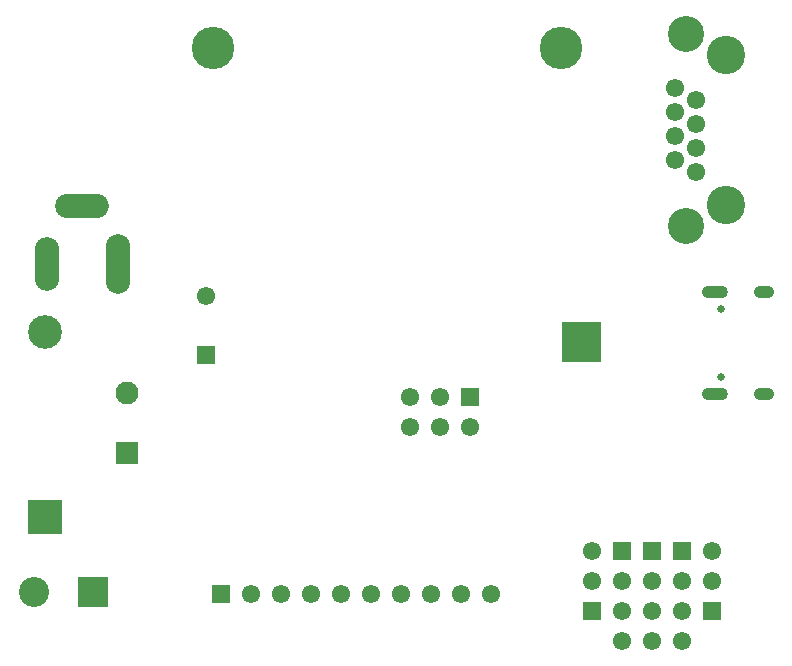
<source format=gbr>
G04 DipTrace 3.3.1.3*
G04 BottomMask.gbr*
%MOIN*%
G04 #@! TF.FileFunction,Soldermask,Bot*
G04 #@! TF.Part,Single*
%AMOUTLINE1*
4,1,4,
0.056118,0.056118,
0.056118,-0.056118,
-0.056118,-0.056118,
-0.056118,0.056118,
0.056118,0.056118,
0*%
%AMOUTLINE4*
4,1,4,
0.050213,-0.050213,
-0.050213,-0.050213,
-0.050213,0.050213,
0.050213,0.050213,
0.050213,-0.050213,
0*%
%AMOUTLINE13*
4,1,16,
-0.011924,0.020685,
-0.020797,0.01866,
-0.028003,0.012913,
-0.032003,0.004609,
-0.032003,-0.004609,
-0.028003,-0.012913,
-0.020797,-0.01866,
-0.011924,-0.020685,
0.011924,-0.020685,
0.020797,-0.01866,
0.028003,-0.012913,
0.032003,-0.004609,
0.032003,0.004609,
0.028003,0.012913,
0.020797,0.01866,
0.011924,0.020685,
-0.011924,0.020685,
0*%
%AMOUTLINE16*
4,1,16,
-0.021766,0.020685,
-0.03064,0.01866,
-0.037846,0.012913,
-0.041845,0.004609,
-0.041845,-0.004609,
-0.037846,-0.012913,
-0.03064,-0.01866,
-0.021766,-0.020685,
0.021766,-0.020685,
0.03064,-0.01866,
0.037846,-0.012913,
0.041845,-0.004609,
0.041845,0.004609,
0.037846,0.012913,
0.03064,0.01866,
0.021766,0.020685,
-0.021766,0.020685,
0*%
%ADD58C,0.025591*%
%ADD59C,0.127953*%
%ADD60C,0.14173*%
%ADD89C,0.12011*%
%ADD91C,0.100425*%
%ADD93O,0.179165X0.08074*%
%ADD95O,0.08074X0.179165*%
%ADD97O,0.08074X0.19885*%
%ADD103C,0.112236*%
%ADD107C,0.076803*%
%ADD109R,0.076803X0.076803*%
%ADD115C,0.061055*%
%ADD117R,0.061055X0.061055*%
%ADD131OUTLINE1*%
%ADD134OUTLINE4*%
%ADD143OUTLINE13*%
%ADD146OUTLINE16*%
%FSLAX26Y26*%
G04*
G70*
G90*
G75*
G01*
G04 BotMask*
%LPD*%
D117*
X762500Y1153150D3*
D115*
Y1350000D3*
D109*
X500000Y825000D3*
D107*
Y1025000D3*
D131*
X225000Y612500D3*
D103*
Y1229232D3*
D97*
X468749Y1456251D3*
D95*
X232529D3*
D93*
X350639Y1649164D3*
D134*
X386425Y362000D3*
D91*
X189575D3*
D143*
X2622749Y1364079D3*
D146*
X2458182Y1023921D3*
Y1364079D3*
D143*
X2622749Y1023921D3*
D58*
X2479049Y1080220D3*
Y1307780D3*
D117*
X1643751Y1012500D3*
D115*
Y912500D3*
X1543751Y1012500D3*
Y912500D3*
X1443751Y1012500D3*
Y912500D3*
D117*
X2450000Y300000D3*
D115*
Y400000D3*
Y500000D3*
X2397000Y1762449D3*
X2326921Y1802606D3*
X2397000Y1842764D3*
X2326921Y1882921D3*
X2397000Y1923079D3*
X2326921Y1963236D3*
X2397000Y2003394D3*
X2326921Y2043551D3*
D89*
X2361961Y2222882D3*
Y1583118D3*
D59*
X2497000Y2153000D3*
Y1653000D3*
D117*
X2150000Y500000D3*
D115*
Y400000D3*
Y300000D3*
Y200000D3*
D117*
X2350000Y500000D3*
D115*
Y400000D3*
Y300000D3*
Y200000D3*
D117*
X812000Y356000D3*
D115*
X912000D3*
X1012000D3*
X1112000D3*
X1212000D3*
X1312000D3*
X1412000D3*
X1512000D3*
X1612000D3*
X1712000D3*
D117*
X2050000Y300000D3*
D115*
Y400000D3*
Y500000D3*
D117*
X2250000D3*
D115*
Y400000D3*
Y300000D3*
Y200000D3*
D60*
X787500Y2175000D3*
X1945000D3*
G36*
X1950000Y1262500D2*
X2081249D1*
Y1131249D1*
X1950000D1*
Y1262500D1*
G37*
M02*

</source>
